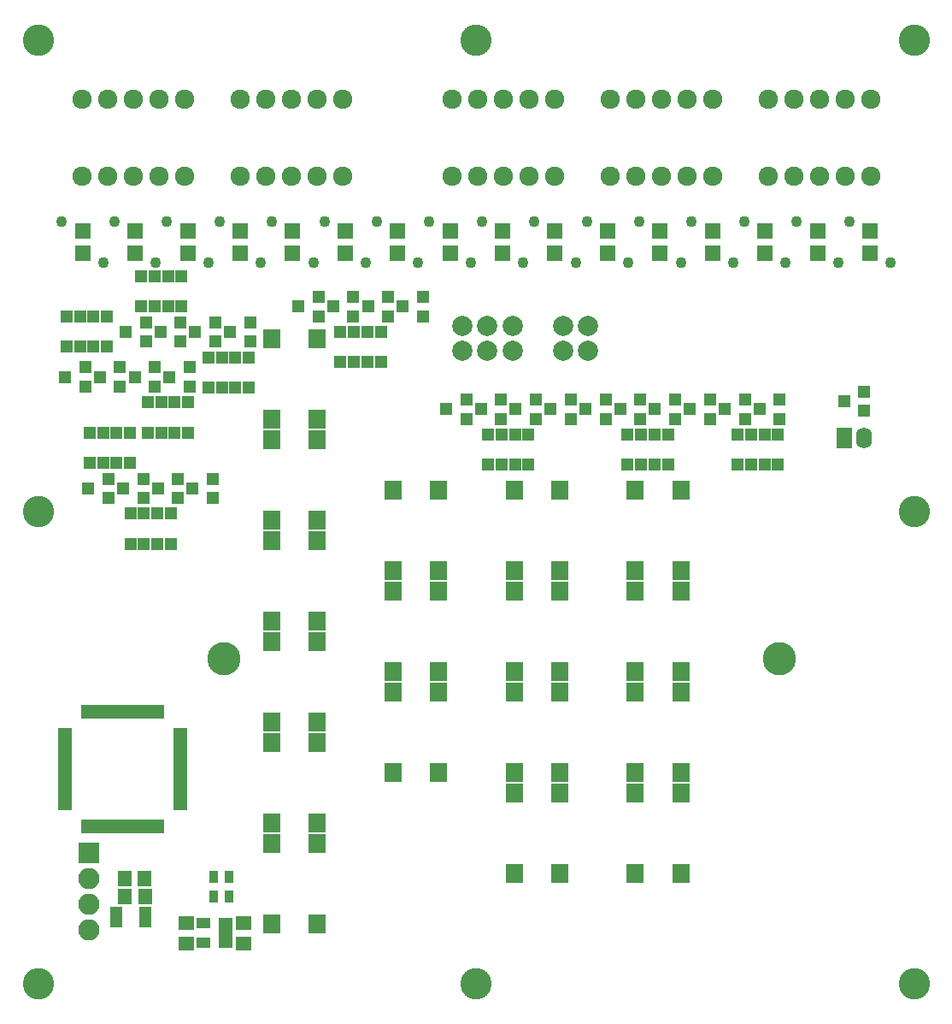
<source format=gbr>
G04 #@! TF.FileFunction,Soldermask,Top*
%FSLAX46Y46*%
G04 Gerber Fmt 4.6, Leading zero omitted, Abs format (unit mm)*
G04 Created by KiCad (PCBNEW 4.0.7) date Friday, July 13, 2018 'AMt' 11:01:13 AM*
%MOMM*%
%LPD*%
G01*
G04 APERTURE LIST*
%ADD10C,0.100000*%
%ADD11C,3.100000*%
%ADD12C,3.300000*%
%ADD13R,1.300000X1.300000*%
%ADD14R,1.700000X1.950000*%
%ADD15R,1.650000X1.400000*%
%ADD16R,1.400000X1.650000*%
%ADD17R,1.600000X1.600000*%
%ADD18C,1.100000*%
%ADD19C,1.924000*%
%ADD20R,2.100000X2.100000*%
%ADD21O,2.100000X2.100000*%
%ADD22R,1.300000X2.100000*%
%ADD23R,1.300000X1.200000*%
%ADD24R,0.900000X1.300000*%
%ADD25C,2.000000*%
%ADD26R,1.460000X1.050000*%
%ADD27R,0.650000X1.400000*%
%ADD28R,1.400000X0.650000*%
%ADD29R,1.600000X2.100000*%
%ADD30O,1.600000X2.100000*%
G04 APERTURE END LIST*
D10*
D11*
X56610000Y-100000000D03*
X56610000Y-146720000D03*
X100000000Y-146720000D03*
X143390000Y-146720000D03*
X143390000Y-100000000D03*
X143390000Y-53280000D03*
X100000000Y-53280000D03*
D12*
X75000000Y-114570000D03*
X130000000Y-114570000D03*
D13*
X90550000Y-82190000D03*
X86550000Y-82190000D03*
X89210000Y-82190000D03*
X87890000Y-82190000D03*
X89210000Y-85190000D03*
X90550000Y-85190000D03*
X86550000Y-85190000D03*
X87890000Y-85190000D03*
D14*
X79750000Y-120805000D03*
X79750000Y-112855000D03*
X84250000Y-120805000D03*
X84250000Y-112855000D03*
D15*
X76930000Y-142700000D03*
X76930000Y-140700000D03*
X71280000Y-142700000D03*
X71280000Y-140700000D03*
D16*
X67150000Y-136300000D03*
X65150000Y-136300000D03*
X67180000Y-138060000D03*
X65180000Y-138060000D03*
D17*
X123400000Y-72180000D03*
X123400000Y-74380000D03*
D18*
X121350000Y-71230000D03*
X125450000Y-75330000D03*
D17*
X102600000Y-72180000D03*
X102600000Y-74380000D03*
D18*
X100550000Y-71230000D03*
X104650000Y-75330000D03*
D17*
X81800000Y-72180000D03*
X81800000Y-74380000D03*
D18*
X79750000Y-71230000D03*
X83850000Y-75330000D03*
D17*
X61000000Y-72180000D03*
X61000000Y-74380000D03*
D18*
X58950000Y-71230000D03*
X63050000Y-75330000D03*
D17*
X128600000Y-72180000D03*
X128600000Y-74380000D03*
D18*
X126550000Y-71230000D03*
X130650000Y-75330000D03*
D17*
X107800000Y-72180000D03*
X107800000Y-74380000D03*
D18*
X105750000Y-71230000D03*
X109850000Y-75330000D03*
D17*
X87000000Y-72180000D03*
X87000000Y-74380000D03*
D18*
X84950000Y-71230000D03*
X89050000Y-75330000D03*
D17*
X66200000Y-72180000D03*
X66200000Y-74380000D03*
D18*
X64150000Y-71230000D03*
X68250000Y-75330000D03*
D17*
X133800000Y-72180000D03*
X133800000Y-74380000D03*
D18*
X131750000Y-71230000D03*
X135850000Y-75330000D03*
D17*
X113000000Y-72180000D03*
X113000000Y-74380000D03*
D18*
X110950000Y-71230000D03*
X115050000Y-75330000D03*
D17*
X92200000Y-72180000D03*
X92200000Y-74380000D03*
D18*
X90150000Y-71230000D03*
X94250000Y-75330000D03*
D17*
X71400000Y-72180000D03*
X71400000Y-74380000D03*
D18*
X69350000Y-71230000D03*
X73450000Y-75330000D03*
D17*
X139000000Y-72180000D03*
X139000000Y-74380000D03*
D18*
X136950000Y-71230000D03*
X141050000Y-75330000D03*
D17*
X118200000Y-72180000D03*
X118200000Y-74380000D03*
D18*
X116150000Y-71230000D03*
X120250000Y-75330000D03*
D17*
X97400000Y-72180000D03*
X97400000Y-74380000D03*
D18*
X95350000Y-71230000D03*
X99450000Y-75330000D03*
D17*
X76600000Y-72180000D03*
X76600000Y-74380000D03*
D18*
X74550000Y-71230000D03*
X78650000Y-75330000D03*
D19*
X60920000Y-66740000D03*
X63460000Y-66740000D03*
X66000000Y-66740000D03*
X68540000Y-66740000D03*
X71080000Y-66740000D03*
X71080000Y-59120000D03*
X68540000Y-59120000D03*
X66000000Y-59120000D03*
X63460000Y-59120000D03*
X60920000Y-59120000D03*
X76590000Y-66740000D03*
X79130000Y-66740000D03*
X81670000Y-66740000D03*
X84210000Y-66740000D03*
X86750000Y-66740000D03*
X86750000Y-59120000D03*
X84210000Y-59120000D03*
X81670000Y-59120000D03*
X79130000Y-59120000D03*
X76590000Y-59120000D03*
X97580000Y-66740000D03*
X100120000Y-66740000D03*
X102660000Y-66740000D03*
X105200000Y-66740000D03*
X107740000Y-66740000D03*
X107740000Y-59120000D03*
X105200000Y-59120000D03*
X102660000Y-59120000D03*
X100120000Y-59120000D03*
X97580000Y-59120000D03*
X113250000Y-66740000D03*
X115790000Y-66740000D03*
X118330000Y-66740000D03*
X120870000Y-66740000D03*
X123410000Y-66740000D03*
X123410000Y-59120000D03*
X120870000Y-59120000D03*
X118330000Y-59120000D03*
X115790000Y-59120000D03*
X113250000Y-59120000D03*
X128920000Y-66740000D03*
X131460000Y-66740000D03*
X134000000Y-66740000D03*
X136540000Y-66740000D03*
X139080000Y-66740000D03*
X139080000Y-59120000D03*
X136540000Y-59120000D03*
X134000000Y-59120000D03*
X131460000Y-59120000D03*
X128920000Y-59120000D03*
D20*
X61650000Y-133750000D03*
D21*
X61650000Y-136290000D03*
X61650000Y-138830000D03*
X61650000Y-141370000D03*
D22*
X64330000Y-140100000D03*
X67230000Y-140100000D03*
D23*
X138430000Y-89990000D03*
X138430000Y-88090000D03*
X136430000Y-89040000D03*
X94720000Y-80630000D03*
X94720000Y-78730000D03*
X92720000Y-79680000D03*
X91270000Y-80630000D03*
X91270000Y-78730000D03*
X89270000Y-79680000D03*
X87820000Y-80630000D03*
X87820000Y-78730000D03*
X85820000Y-79680000D03*
X84370000Y-80630000D03*
X84370000Y-78730000D03*
X82370000Y-79680000D03*
X77600000Y-83140000D03*
X77600000Y-81240000D03*
X75600000Y-82190000D03*
X74150000Y-83140000D03*
X74150000Y-81240000D03*
X72150000Y-82190000D03*
X70700000Y-83140000D03*
X70700000Y-81240000D03*
X68700000Y-82190000D03*
X67250000Y-83140000D03*
X67250000Y-81240000D03*
X65250000Y-82190000D03*
X99000000Y-90790000D03*
X99000000Y-88890000D03*
X97000000Y-89840000D03*
X102450000Y-90790000D03*
X102450000Y-88890000D03*
X100450000Y-89840000D03*
X105900000Y-90790000D03*
X105900000Y-88890000D03*
X103900000Y-89840000D03*
X109350000Y-90790000D03*
X109350000Y-88890000D03*
X107350000Y-89840000D03*
X112800000Y-90790000D03*
X112800000Y-88890000D03*
X110800000Y-89840000D03*
X116250000Y-90790000D03*
X116250000Y-88890000D03*
X114250000Y-89840000D03*
X119700000Y-90790000D03*
X119700000Y-88890000D03*
X117700000Y-89840000D03*
X123150000Y-90790000D03*
X123150000Y-88890000D03*
X121150000Y-89840000D03*
X126600000Y-90790000D03*
X126600000Y-88890000D03*
X124600000Y-89840000D03*
X130050000Y-90790000D03*
X130050000Y-88890000D03*
X128050000Y-89840000D03*
X73900000Y-98610000D03*
X73900000Y-96710000D03*
X71900000Y-97660000D03*
X70450000Y-98610000D03*
X70450000Y-96710000D03*
X68450000Y-97660000D03*
X67000000Y-98610000D03*
X67000000Y-96710000D03*
X65000000Y-97660000D03*
X63550000Y-98610000D03*
X63550000Y-96710000D03*
X61550000Y-97660000D03*
X71600000Y-87600000D03*
X71600000Y-85700000D03*
X69600000Y-86650000D03*
X68150000Y-87600000D03*
X68150000Y-85700000D03*
X66150000Y-86650000D03*
X64700000Y-87600000D03*
X64700000Y-85700000D03*
X62700000Y-86650000D03*
X61250000Y-87600000D03*
X61250000Y-85700000D03*
X59250000Y-86650000D03*
D24*
X75500000Y-138100000D03*
X74000000Y-138100000D03*
X74000000Y-136150000D03*
X75500000Y-136150000D03*
D25*
X98600000Y-84080000D03*
X101100000Y-84080000D03*
X103600000Y-84080000D03*
X108600000Y-84080000D03*
X111100000Y-84080000D03*
X111100000Y-81580000D03*
X108600000Y-81580000D03*
X103600000Y-81580000D03*
X101100000Y-81580000D03*
X98600000Y-81580000D03*
D14*
X115750000Y-125805000D03*
X115750000Y-117855000D03*
X120250000Y-125805000D03*
X120250000Y-117855000D03*
X115750000Y-115805000D03*
X115750000Y-107855000D03*
X120250000Y-115805000D03*
X120250000Y-107855000D03*
X115750000Y-105805000D03*
X115750000Y-97855000D03*
X120250000Y-105805000D03*
X120250000Y-97855000D03*
X79750000Y-90805000D03*
X79750000Y-82855000D03*
X84250000Y-90805000D03*
X84250000Y-82855000D03*
X103750000Y-125805000D03*
X103750000Y-117855000D03*
X108250000Y-125805000D03*
X108250000Y-117855000D03*
X103750000Y-115805000D03*
X103750000Y-107855000D03*
X108250000Y-115805000D03*
X108250000Y-107855000D03*
X103750000Y-105805000D03*
X103750000Y-97855000D03*
X108250000Y-105805000D03*
X108250000Y-97855000D03*
X103750000Y-135805000D03*
X103750000Y-127855000D03*
X108250000Y-135805000D03*
X108250000Y-127855000D03*
X91750000Y-125805000D03*
X91750000Y-117855000D03*
X96250000Y-125805000D03*
X96250000Y-117855000D03*
X91750000Y-115805000D03*
X91750000Y-107855000D03*
X96250000Y-115805000D03*
X96250000Y-107855000D03*
X91750000Y-105805000D03*
X91750000Y-97855000D03*
X96250000Y-105805000D03*
X96250000Y-97855000D03*
X84250000Y-132855000D03*
X84250000Y-140805000D03*
X79750000Y-132855000D03*
X79750000Y-140805000D03*
X115750000Y-135805000D03*
X115750000Y-127855000D03*
X120250000Y-135805000D03*
X120250000Y-127855000D03*
X79750000Y-130805000D03*
X79750000Y-122855000D03*
X84250000Y-130805000D03*
X84250000Y-122855000D03*
X79750000Y-110805000D03*
X79750000Y-102855000D03*
X84250000Y-110805000D03*
X84250000Y-102855000D03*
X79750000Y-100805000D03*
X79750000Y-92855000D03*
X84250000Y-100805000D03*
X84250000Y-92855000D03*
D26*
X75200000Y-142600000D03*
X75200000Y-141650000D03*
X75200000Y-140700000D03*
X73000000Y-140700000D03*
X73000000Y-142600000D03*
D27*
X61230000Y-131150000D03*
X61730000Y-131150000D03*
X62230000Y-131150000D03*
X62730000Y-131150000D03*
X63230000Y-131150000D03*
X63730000Y-131150000D03*
X64230000Y-131150000D03*
X64730000Y-131150000D03*
X65230000Y-131150000D03*
X65730000Y-131150000D03*
X66230000Y-131150000D03*
X66730000Y-131150000D03*
X67230000Y-131150000D03*
X67730000Y-131150000D03*
X68230000Y-131150000D03*
X68730000Y-131150000D03*
D28*
X70680000Y-129200000D03*
X70680000Y-128700000D03*
X70680000Y-128200000D03*
X70680000Y-127700000D03*
X70680000Y-127200000D03*
X70680000Y-126700000D03*
X70680000Y-126200000D03*
X70680000Y-125700000D03*
X70680000Y-125200000D03*
X70680000Y-124700000D03*
X70680000Y-124200000D03*
X70680000Y-123700000D03*
X70680000Y-123200000D03*
X70680000Y-122700000D03*
X70680000Y-122200000D03*
X70680000Y-121700000D03*
D27*
X68730000Y-119750000D03*
X68230000Y-119750000D03*
X67730000Y-119750000D03*
X67230000Y-119750000D03*
X66730000Y-119750000D03*
X66230000Y-119750000D03*
X65730000Y-119750000D03*
X65230000Y-119750000D03*
X64730000Y-119750000D03*
X64230000Y-119750000D03*
X63730000Y-119750000D03*
X63230000Y-119750000D03*
X62730000Y-119750000D03*
X62230000Y-119750000D03*
X61730000Y-119750000D03*
X61230000Y-119750000D03*
D28*
X59280000Y-121700000D03*
X59280000Y-122200000D03*
X59280000Y-122700000D03*
X59280000Y-123200000D03*
X59280000Y-123700000D03*
X59280000Y-124200000D03*
X59280000Y-124700000D03*
X59280000Y-125200000D03*
X59280000Y-125700000D03*
X59280000Y-126200000D03*
X59280000Y-126700000D03*
X59280000Y-127200000D03*
X59280000Y-127700000D03*
X59280000Y-128200000D03*
X59280000Y-128700000D03*
X59280000Y-129200000D03*
D29*
X136430000Y-92670000D03*
D30*
X138430000Y-92670000D03*
D13*
X70800000Y-76690000D03*
X66800000Y-76690000D03*
X69460000Y-76690000D03*
X68140000Y-76690000D03*
X69460000Y-79690000D03*
X70800000Y-79690000D03*
X66800000Y-79690000D03*
X68140000Y-79690000D03*
X77450000Y-84700000D03*
X73450000Y-84700000D03*
X76110000Y-84700000D03*
X74790000Y-84700000D03*
X76110000Y-87700000D03*
X77450000Y-87700000D03*
X73450000Y-87700000D03*
X74790000Y-87700000D03*
X101170000Y-95340000D03*
X105170000Y-95340000D03*
X102510000Y-95340000D03*
X103830000Y-95340000D03*
X102510000Y-92340000D03*
X101170000Y-92340000D03*
X105170000Y-92340000D03*
X103830000Y-92340000D03*
X114980000Y-95340000D03*
X118980000Y-95340000D03*
X116320000Y-95340000D03*
X117640000Y-95340000D03*
X116320000Y-92340000D03*
X114980000Y-92340000D03*
X118980000Y-92340000D03*
X117640000Y-92340000D03*
X125900000Y-95340000D03*
X129900000Y-95340000D03*
X127240000Y-95340000D03*
X128560000Y-95340000D03*
X127240000Y-92340000D03*
X125900000Y-92340000D03*
X129900000Y-92340000D03*
X128560000Y-92340000D03*
X65700000Y-92160000D03*
X61700000Y-92160000D03*
X64360000Y-92160000D03*
X63040000Y-92160000D03*
X64360000Y-95160000D03*
X65700000Y-95160000D03*
X61700000Y-95160000D03*
X63040000Y-95160000D03*
X63400000Y-80650000D03*
X59400000Y-80650000D03*
X62060000Y-80650000D03*
X60740000Y-80650000D03*
X62060000Y-83650000D03*
X63400000Y-83650000D03*
X59400000Y-83650000D03*
X60740000Y-83650000D03*
X69730000Y-100170000D03*
X65730000Y-100170000D03*
X68390000Y-100170000D03*
X67070000Y-100170000D03*
X68390000Y-103170000D03*
X69730000Y-103170000D03*
X65730000Y-103170000D03*
X67070000Y-103170000D03*
X71450000Y-89160000D03*
X67450000Y-89160000D03*
X70110000Y-89160000D03*
X68790000Y-89160000D03*
X70110000Y-92160000D03*
X71450000Y-92160000D03*
X67450000Y-92160000D03*
X68790000Y-92160000D03*
D11*
X56610000Y-53280000D03*
M02*

</source>
